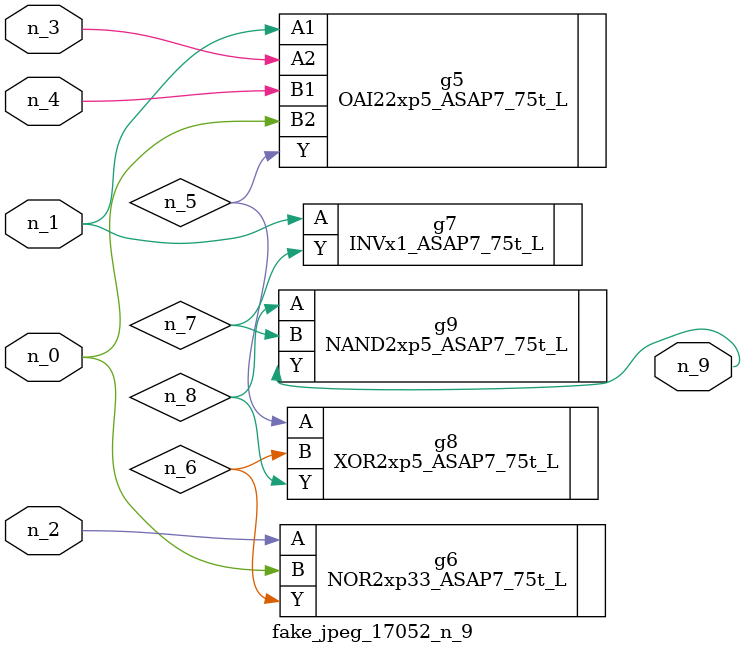
<source format=v>
module fake_jpeg_17052_n_9 (n_3, n_2, n_1, n_0, n_4, n_9);

input n_3;
input n_2;
input n_1;
input n_0;
input n_4;

output n_9;

wire n_8;
wire n_6;
wire n_5;
wire n_7;

OAI22xp5_ASAP7_75t_L g5 ( 
.A1(n_1),
.A2(n_3),
.B1(n_4),
.B2(n_0),
.Y(n_5)
);

NOR2xp33_ASAP7_75t_L g6 ( 
.A(n_2),
.B(n_0),
.Y(n_6)
);

INVx1_ASAP7_75t_L g7 ( 
.A(n_1),
.Y(n_7)
);

XOR2xp5_ASAP7_75t_L g8 ( 
.A(n_5),
.B(n_6),
.Y(n_8)
);

NAND2xp5_ASAP7_75t_L g9 ( 
.A(n_8),
.B(n_7),
.Y(n_9)
);


endmodule
</source>
